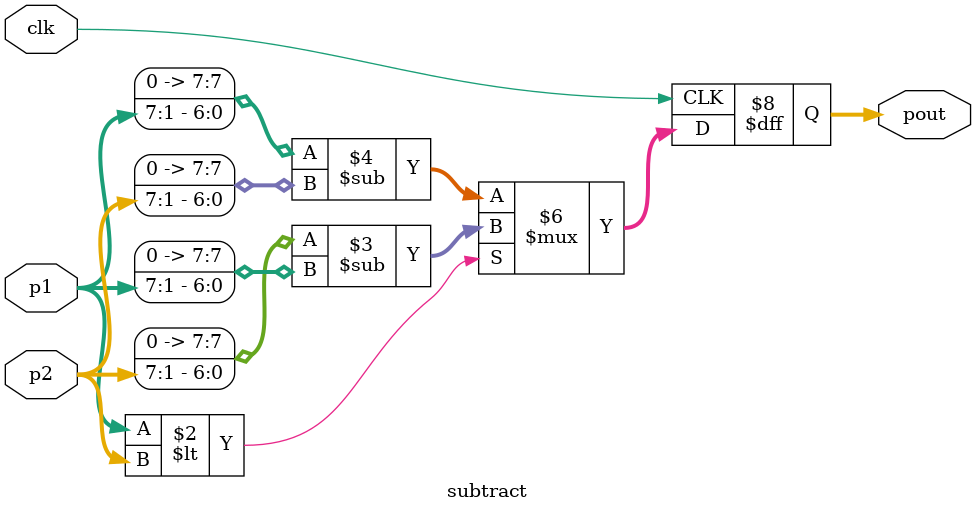
<source format=v>
module subtract(input clk, input [7:0]p1, input [7:0]p2, output reg [7:0]pout);


//Declaration of intermediate wires
wire [7:0] outp;

//assign outp = {1'b0 , p2[7:1]} - {1'b0 , p1[7:1]};

always@(posedge clk)
begin
	if(p1<p2) begin 
	
	pout = {1'b0 , p2[7:1]} - {1'b0 , p1[7:1]}; end
	else
		pout = {1'b0 , p1[7:1]} - {1'b0 , p2[7:1]}; 

	
end 

endmodule

</source>
